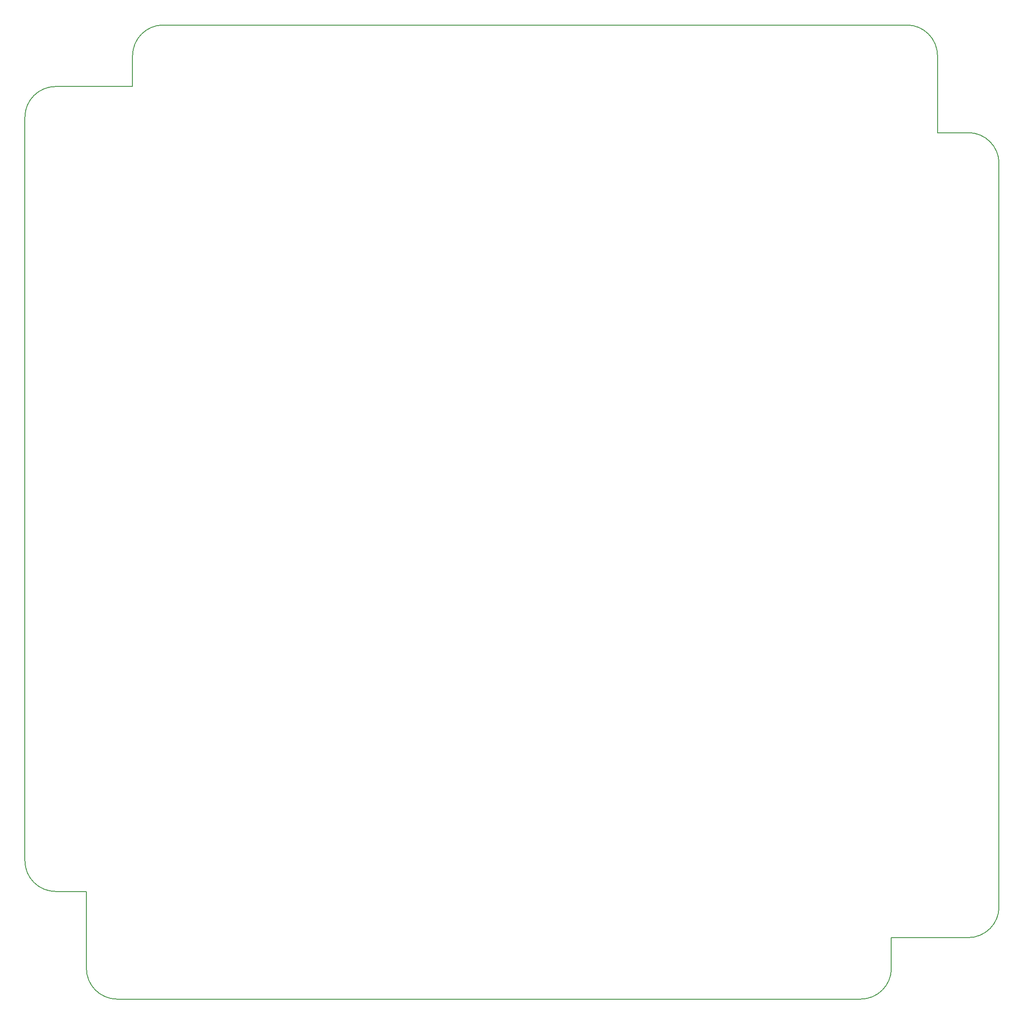
<source format=gko>
G04*
G04 #@! TF.GenerationSoftware,Altium Limited,CircuitStudio,1.5.2 (30)*
G04*
G04 Layer_Color=16720538*
%FSLAX25Y25*%
%MOIN*%
G70*
G01*
G75*
%ADD42C,0.00787*%
D42*
X500000Y1141732D02*
G03*
X476378Y1118110I0J-23622D01*
G01*
X417323Y1094488D02*
G03*
X393701Y1070866I0J-23622D01*
G01*
X440945Y417323D02*
G03*
X464567Y393701I23622J0D01*
G01*
X393701Y500000D02*
G03*
X417323Y476378I23622J0D01*
G01*
X1118110Y440945D02*
G03*
X1141732Y464567I0J23622D01*
G01*
X1035433Y393701D02*
G03*
X1059055Y417323I0J23622D01*
G01*
X1094488Y1118110D02*
G03*
X1070866Y1141732I-23622J0D01*
G01*
X1141732Y1035433D02*
G03*
X1118110Y1059055I-23622J0D01*
G01*
X476378Y1094488D02*
Y1118110D01*
X1141732Y464567D02*
Y1035433D01*
X464567Y393701D02*
X1035433D01*
X500000Y1141732D02*
X1070866D01*
X393701Y500000D02*
Y1070866D01*
X417323Y1094488D02*
X476378D01*
X440945Y417323D02*
Y476378D01*
X417323D02*
X440945D01*
X1059055Y440945D02*
X1118110D01*
X1059055Y417323D02*
Y440945D01*
X1094488Y1059055D02*
Y1118110D01*
Y1059055D02*
X1118110D01*
M02*

</source>
